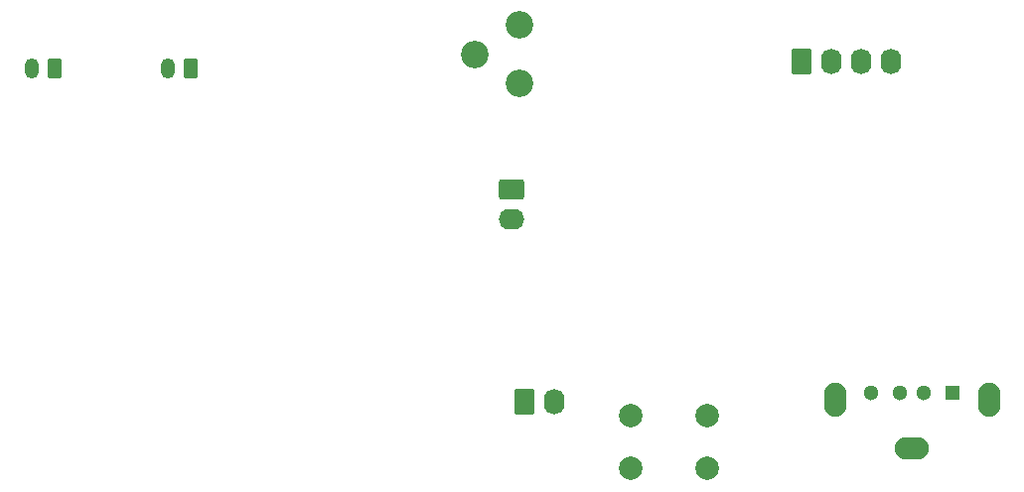
<source format=gbr>
%TF.GenerationSoftware,KiCad,Pcbnew,8.0.8*%
%TF.CreationDate,2025-03-31T16:04:57-05:00*%
%TF.ProjectId,finalproject,66696e61-6c70-4726-9f6a-6563742e6b69,rev?*%
%TF.SameCoordinates,Original*%
%TF.FileFunction,Soldermask,Bot*%
%TF.FilePolarity,Negative*%
%FSLAX46Y46*%
G04 Gerber Fmt 4.6, Leading zero omitted, Abs format (unit mm)*
G04 Created by KiCad (PCBNEW 8.0.8) date 2025-03-31 16:04:57*
%MOMM*%
%LPD*%
G01*
G04 APERTURE LIST*
G04 Aperture macros list*
%AMRoundRect*
0 Rectangle with rounded corners*
0 $1 Rounding radius*
0 $2 $3 $4 $5 $6 $7 $8 $9 X,Y pos of 4 corners*
0 Add a 4 corners polygon primitive as box body*
4,1,4,$2,$3,$4,$5,$6,$7,$8,$9,$2,$3,0*
0 Add four circle primitives for the rounded corners*
1,1,$1+$1,$2,$3*
1,1,$1+$1,$4,$5*
1,1,$1+$1,$6,$7*
1,1,$1+$1,$8,$9*
0 Add four rect primitives between the rounded corners*
20,1,$1+$1,$2,$3,$4,$5,0*
20,1,$1+$1,$4,$5,$6,$7,0*
20,1,$1+$1,$6,$7,$8,$9,0*
20,1,$1+$1,$8,$9,$2,$3,0*%
G04 Aperture macros list end*
%ADD10C,2.340000*%
%ADD11RoundRect,0.250000X0.350000X0.625000X-0.350000X0.625000X-0.350000X-0.625000X0.350000X-0.625000X0*%
%ADD12O,1.200000X1.750000*%
%ADD13O,1.900000X2.900000*%
%ADD14O,2.900000X1.900000*%
%ADD15C,1.300000*%
%ADD16R,1.300000X1.300000*%
%ADD17O,1.740000X2.190000*%
%ADD18RoundRect,0.250000X-0.620000X-0.845000X0.620000X-0.845000X0.620000X0.845000X-0.620000X0.845000X0*%
%ADD19C,2.000000*%
%ADD20O,2.190000X1.740000*%
%ADD21RoundRect,0.250000X-0.845000X0.620000X-0.845000X-0.620000X0.845000X-0.620000X0.845000X0.620000X0*%
G04 APERTURE END LIST*
D10*
%TO.C,R17*%
X120459000Y-75184000D03*
X116659000Y-72684000D03*
X120459000Y-70184000D03*
%TD*%
D11*
%TO.C,Vin1*%
X80867000Y-73914000D03*
D12*
X78867000Y-73914000D03*
%TD*%
D13*
%TO.C,USB1*%
X147354000Y-102187000D03*
D14*
X153924000Y-106367000D03*
D13*
X160494000Y-102187000D03*
D15*
X150424000Y-101587000D03*
X152924000Y-101587000D03*
X154924000Y-101587000D03*
D16*
X157424000Y-101587000D03*
%TD*%
D17*
%TO.C,TEST1*%
X152146000Y-73279000D03*
X149606000Y-73279000D03*
X147066000Y-73279000D03*
D18*
X144526000Y-73279000D03*
%TD*%
D19*
%TO.C,SW1*%
X136473000Y-108061000D03*
X129973000Y-108061000D03*
X136473000Y-103561000D03*
X129973000Y-103561000D03*
%TD*%
D20*
%TO.C,SIG1*%
X119824000Y-86741000D03*
D21*
X119824000Y-84201000D03*
%TD*%
D18*
%TO.C,HEARTOUT1*%
X120904000Y-102362000D03*
D17*
X123444000Y-102362000D03*
%TD*%
D11*
%TO.C,GSR_IN1*%
X92456000Y-73914000D03*
D12*
X90456000Y-73914000D03*
%TD*%
M02*

</source>
